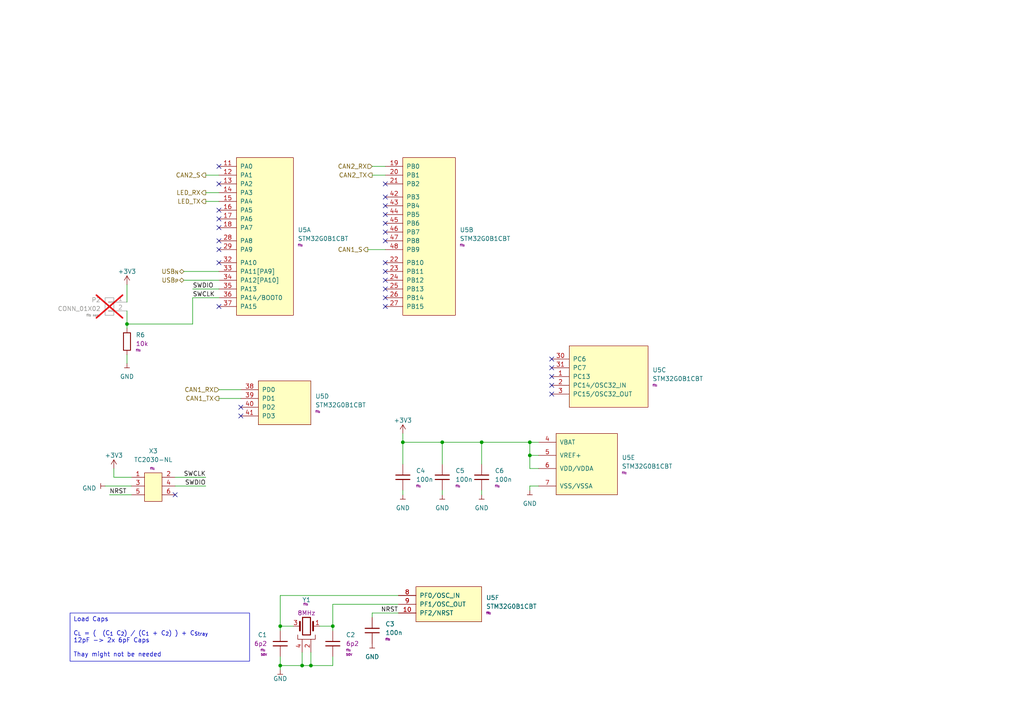
<source format=kicad_sch>
(kicad_sch (version 20230121) (generator eeschema)
  (paper "A4")
  (lib_symbols
    (symbol "Cap_5Percent_E24_0603_C0G_50V_-40C-125C:6p2_0603_C0G_5%_50V_-40C..125C_Chip-Capacitor" (pin_numbers hide) (pin_names (offset 0.254))
      (property "Reference" "C" (at 0.635 2.54 0))
      (property "DisplayValue" "6p2" (at 0.635 -2.54 0))
      (property "Fit" "fit: " (at 7.62 -3.81 0))
      (property "CapRatedVoltage" "50V" (at 0 0 0))
      (symbol "6p2_0603_C0G_5%_50V_-40C..125C_Chip-Capacitor_0_1"
        (polyline (pts (xy -2.032 -0.635) (xy 2.032 -0.635)) (stroke (width 0.3048)))
        (polyline (pts (xy -2.032 0.635) (xy 2.032 0.635)) (stroke (width 0.3048)))
      )
      (symbol "6p2_0603_C0G_5%_50V_-40C..125C_Chip-Capacitor_1_1"
        (pin passive line (at 0 3.81 270) (length 3.2004) (name "~") (number "1"))
        (pin passive line (at 0 -3.81 90) (length 2.9972) (name "~") (number "2"))
      )
    )
    (symbol "Res_1Percent_E24_0603_100mW_-40C-90C:10k_0603_100mW_1%_E24_Chip-Resistor" (pin_numbers hide) (pin_names (offset 0))
      (property "Reference" "R" (at 2.032 0 90))
      (property "DisplayValue" "10k" (at -0.0254 -0.0508 90))
      (property "Fit" "fit: " (at 7.62 -3.81 0))
      (symbol "10k_0603_100mW_1%_E24_Chip-Resistor_0_1"
        (rectangle (start -1.016 -2.54) (end 1.016 2.54) (stroke (width 0.254)))
      )
      (symbol "10k_0603_100mW_1%_E24_Chip-Resistor_1_1"
        (pin passive line (at 0 3.81 270) (length 1.27) (name "~") (number "1"))
        (pin passive line (at 0 -3.81 90) (length 1.27) (name "~") (number "2"))
      )
    )
    (symbol "ST:STM32G0B1CBT" (pin_names (offset 1.016))
      (property "Reference" "U" (at 3.81 10.16 0))
      (property "Value" "STM32G0B1CBT" (at 0 -25.4 0))
      (property "Fit" "fit: " (at 6.35 10.16 0))
      (symbol "STM32G0B1CBT_1_1"
        (rectangle (start -8.89 24.13) (end 7.62 -21.59) (fill (type background)))
        (pin bidirectional line (at -13.97 21.59 0) (length 5.08) (name "PA0") (number "11"))
        (pin bidirectional line (at -13.97 19.05 0) (length 5.08) (name "PA1") (number "12"))
        (pin bidirectional line (at -13.97 16.51 0) (length 5.08) (name "PA2") (number "13"))
        (pin bidirectional line (at -13.97 13.97 0) (length 5.08) (name "PA3") (number "14"))
        (pin bidirectional line (at -13.97 11.43 0) (length 5.08) (name "PA4") (number "15"))
        (pin bidirectional line (at -13.97 8.89 0) (length 5.08) (name "PA5") (number "16"))
        (pin bidirectional line (at -13.97 6.35 0) (length 5.08) (name "PA6") (number "17"))
        (pin bidirectional line (at -13.97 3.81 0) (length 5.08) (name "PA7") (number "18"))
        (pin bidirectional line (at -13.97 0 0) (length 5.08) (name "PA8") (number "28"))
        (pin bidirectional line (at -13.97 -2.54 0) (length 5.08) (name "PA9") (number "29"))
        (pin bidirectional line (at -13.97 -6.35 0) (length 5.08) (name "PA10") (number "32"))
        (pin bidirectional line (at -13.97 -8.89 0) (length 5.08) (name "PA11[PA9]") (number "33"))
        (pin bidirectional line (at -13.97 -11.43 0) (length 5.08) (name "PA12[PA10]") (number "34"))
        (pin bidirectional line (at -13.97 -13.97 0) (length 5.08) (name "PA13") (number "35"))
        (pin bidirectional line (at -13.97 -16.51 0) (length 5.08) (name "PA14/BOOT0") (number "36"))
        (pin bidirectional line (at -13.97 -19.05 0) (length 5.08) (name "PA15") (number "37"))
      )
      (symbol "STM32G0B1CBT_2_1"
        (rectangle (start -7.62 22.86) (end 7.62 -22.86) (fill (type background)))
        (pin bidirectional line (at -12.7 20.32 0) (length 5.08) (name "PB0") (number "19"))
        (pin bidirectional line (at -12.7 17.78 0) (length 5.08) (name "PB1") (number "20"))
        (pin bidirectional line (at -12.7 15.24 0) (length 5.08) (name "PB2") (number "21"))
        (pin bidirectional line (at -12.7 -7.62 0) (length 5.08) (name "PB10") (number "22"))
        (pin bidirectional line (at -12.7 -10.16 0) (length 5.08) (name "PB11") (number "23"))
        (pin bidirectional line (at -12.7 -12.7 0) (length 5.08) (name "PB12") (number "24"))
        (pin bidirectional line (at -12.7 -15.24 0) (length 5.08) (name "PB13") (number "25"))
        (pin bidirectional line (at -12.7 -17.78 0) (length 5.08) (name "PB14") (number "26"))
        (pin bidirectional line (at -12.7 -20.32 0) (length 5.08) (name "PB15") (number "27"))
        (pin bidirectional line (at -12.7 11.43 0) (length 5.08) (name "PB3") (number "42"))
        (pin bidirectional line (at -12.7 8.89 0) (length 5.08) (name "PB4") (number "43"))
        (pin bidirectional line (at -12.7 6.35 0) (length 5.08) (name "PB5") (number "44"))
        (pin bidirectional line (at -12.7 3.81 0) (length 5.08) (name "PB6") (number "45"))
        (pin bidirectional line (at -12.7 1.27 0) (length 5.08) (name "PB7") (number "46"))
        (pin bidirectional line (at -12.7 -1.27 0) (length 5.08) (name "PB8") (number "47"))
        (pin bidirectional line (at -12.7 -3.81 0) (length 5.08) (name "PB9") (number "48"))
      )
      (symbol "STM32G0B1CBT_3_1"
        (rectangle (start -11.43 8.89) (end 11.43 -8.89) (fill (type background)))
        (pin bidirectional line (at -16.51 0 0) (length 5.08) (name "PC13") (number "1"))
        (pin bidirectional line (at -16.51 -2.54 0) (length 5.08) (name "PC14/OSC32_IN") (number "2"))
        (pin bidirectional line (at -16.51 -5.08 0) (length 5.08) (name "PC15/OSC32_OUT") (number "3"))
        (pin bidirectional line (at -16.51 5.08 0) (length 5.08) (name "PC6") (number "30"))
        (pin bidirectional line (at -16.51 2.54 0) (length 5.08) (name "PC7") (number "31"))
      )
      (symbol "STM32G0B1CBT_4_1"
        (rectangle (start -7.62 6.35) (end 7.62 -6.35) (fill (type background)))
        (pin bidirectional line (at -12.7 3.81 0) (length 5.08) (name "PD0") (number "38"))
        (pin bidirectional line (at -12.7 1.27 0) (length 5.08) (name "PD1") (number "39"))
        (pin bidirectional line (at -12.7 -1.27 0) (length 5.08) (name "PD2") (number "40"))
        (pin bidirectional line (at -12.7 -3.81 0) (length 5.08) (name "PD3") (number "41"))
      )
      (symbol "STM32G0B1CBT_5_1"
        (rectangle (start -8.89 8.89) (end 8.89 -8.89) (fill (type background)))
        (pin power_in line (at -13.97 6.35 0) (length 5.08) (name "VBAT") (number "4"))
        (pin power_in line (at -13.97 2.54 0) (length 5.08) (name "VREF+") (number "5"))
        (pin power_in line (at -13.97 -1.27 0) (length 5.08) (name "VDD/VDDA") (number "6"))
        (pin power_in line (at -13.97 -6.35 0) (length 5.08) (name "VSS/VSSA") (number "7"))
      )
      (symbol "STM32G0B1CBT_6_1"
        (rectangle (start -10.16 5.08) (end 8.89 -5.08) (fill (type background)))
        (pin bidirectional line (at -15.24 -2.54 0) (length 5.08) (name "PF2/NRST") (number "10"))
        (pin bidirectional line (at -15.24 2.54 0) (length 5.08) (name "PF0/OSC_IN") (number "8"))
        (pin bidirectional line (at -15.24 0 0) (length 5.08) (name "PF1/OSC_OUT") (number "9"))
      )
    )
    (symbol "generic-connectors:CONN_01X02" (pin_names (offset 1.016) hide)
      (property "Reference" "P" (at 0 5.08 0))
      (property "Value" "CONN_01X02" (at 2.54 0 90))
      (property "Fit" "fit: " (at 7.62 -3.81 0))
      (symbol "CONN_01X02_0_1"
        (rectangle (start -1.27 0.127) (end 0.254 -0.127))
        (rectangle (start -1.27 2.667) (end 0.254 2.413))
        (rectangle (start -1.27 3.81) (end 1.27 -1.27))
      )
      (symbol "CONN_01X02_1_1"
        (pin passive line (at -5.08 2.54 0) (length 3.81) (name "P1") (number "1"))
        (pin passive line (at -5.08 0 0) (length 3.81) (name "P2") (number "2"))
      )
    )
    (symbol "multicomp:100n" (pin_numbers hide) (pin_names (offset 0.254))
      (property "Reference" "C" (at 0.635 2.54 0))
      (property "Value" "100n" (at 0.635 -2.54 0))
      (property "Fit" "fit: " (at 7.62 -3.81 0))
      (symbol "100n_0_1"
        (polyline (pts (xy -2.032 -0.635) (xy 2.032 -0.635)) (stroke (width 0.3048)))
        (polyline (pts (xy -2.032 0.635) (xy 2.032 0.635)) (stroke (width 0.3048)))
      )
      (symbol "100n_1_1"
        (pin passive line (at 0 3.81 270) (length 3.2004) (name "~") (number "1"))
        (pin passive line (at 0 -3.81 90) (length 2.9972) (name "~") (number "2"))
      )
    )
    (symbol "powerport:+3V3" (power) (pin_names (offset 0))
      (property "Value" "+3V3" (at 0 3.556 0))
      (symbol "+3V3_0_1"
        (polyline (pts (xy -0.762 1.27) (xy 0 2.54)))
        (polyline (pts (xy 0 0) (xy 0 2.54)))
        (polyline (pts (xy 0 2.54) (xy 0.762 1.27)))
      )
      (symbol "+3V3_1_1"
        (pin power_in line (at 0 0 90) (length 0) hide (name "+3V3") (number "1"))
      )
    )
    (symbol "powerport:GND" (power) (pin_names (offset 0))
      (property "Value" "GND" (at 0 -2.54 0))
      (symbol "GND_0_1"
        (polyline (pts (xy -0.762 -1.27) (xy 0.762 -1.27)))
        (polyline (pts (xy 0 0) (xy 0 -1.27)))
      )
      (symbol "GND_1_1"
        (pin power_in line (at 0 0 270) (length 0) hide (name "GND") (number "1"))
      )
    )
    (symbol "tag-connect:TC2030-NL" (pin_names (offset 1.016) hide) (in_bom no)
      (property "Reference" "X" (at 0 -5.715 0))
      (property "Value" "TC2030-NL" (at 3.81 -15.24 0))
      (property "Fit" "fit: " (at 5.08 -5.08 0))
      (symbol "TC2030-NL_0_1"
        (rectangle (start -2.54 3.81) (end 2.54 -4.445) (fill (type background)))
      )
      (symbol "TC2030-NL_1_1"
        (pin passive line (at -6.35 2.54 0) (length 3.81) (name "P1") (number "1"))
        (pin passive line (at 6.35 2.54 180) (length 3.81) (name "P2") (number "2"))
        (pin passive line (at -6.35 0 0) (length 3.81) (name "P3") (number "3"))
        (pin passive line (at 6.35 0 180) (length 3.81) (name "P4") (number "4"))
        (pin passive line (at -6.35 -2.54 0) (length 3.81) (name "P4") (number "5"))
        (pin passive line (at 6.35 -2.54 180) (length 3.81) (name "P4") (number "6"))
      )
    )
    (symbol "wuerth:830108313809" (pin_names (offset 1.016) hide)
      (property "Reference" "Y" (at 1.27 3.81 0))
      (property "Fit" "fit: " (at 7.62 -3.81 0))
      (property "DisplayName" "8MHz" (at 0 0 0))
      (symbol "830108313809_0_1"
        (rectangle (start -2.54 -1.143) (end 2.54 1.143) (stroke (width 0.3048)))
        (polyline (pts (xy 0 -2.54) (xy 0 -1.905)))
        (polyline (pts (xy 0 2.54) (xy 0 1.905)))
        (polyline (pts (xy 1.27 -1.905) (xy -1.27 -1.905)) (stroke (width 0.508)))
        (polyline (pts (xy 1.27 1.905) (xy -1.27 1.905)) (stroke (width 0.508)))
        (polyline (pts (xy -2.54 2.54) (xy -3.81 2.54) (xy -3.81 -2.54) (xy -2.54 -2.54)))
      )
      (symbol "830108313809_1_1"
        (pin passive line (at 0 3.81 270) (length 1.27) (name "C_{1}") (number "1"))
        (pin passive line (at -7.62 1.27 0) (length 3.81) (name "GND") (number "2"))
        (pin passive line (at 0 -3.81 90) (length 1.27) (name "C_{2}") (number "3"))
        (pin passive line (at -7.62 -1.27 0) (length 3.81) (name "GND") (number "4"))
      )
    )
  )
  (junction (at 36.83 93.98))
  (junction (at 153.67 132.08))
  (junction (at 81.28 181.61))
  (junction (at 96.52 181.61))
  (junction (at 153.67 128.27))
  (junction (at 128.27 128.27))
  (junction (at 116.84 128.27))
  (junction (at 81.28 193.04))
  (junction (at 87.63 193.04))
  (junction (at 90.17 193.04))
  (junction (at 139.7 128.27))
  (no_connect (at 160.02 111.76))
  (no_connect (at 111.76 86.36))
  (no_connect (at 63.5 69.85))
  (no_connect (at 63.5 88.9))
  (no_connect (at 160.02 106.68))
  (no_connect (at 111.76 67.31))
  (no_connect (at 69.85 120.65))
  (no_connect (at 69.85 118.11))
  (no_connect (at 63.5 76.2))
  (no_connect (at 111.76 53.34))
  (no_connect (at 111.76 78.74))
  (no_connect (at 63.5 72.39))
  (no_connect (at 160.02 109.22))
  (no_connect (at 111.76 57.15))
  (no_connect (at 63.5 48.26))
  (no_connect (at 63.5 63.5))
  (no_connect (at 111.76 64.77))
  (no_connect (at 160.02 104.14))
  (no_connect (at 111.76 62.23))
  (no_connect (at 111.76 83.82))
  (no_connect (at 111.76 69.85))
  (no_connect (at 111.76 59.69))
  (no_connect (at 63.5 53.34))
  (no_connect (at 63.5 60.96))
  (no_connect (at 111.76 88.9))
  (no_connect (at 63.5 66.04))
  (no_connect (at 111.76 76.2))
  (no_connect (at 50.8 143.51))
  (no_connect (at 111.76 81.28))
  (no_connect (at 160.02 114.3))
  (wire (pts (xy 96.52 193.04) (xy 96.52 190.5)))
  (wire (pts (xy 107.95 177.8) (xy 115.57 177.8)))
  (wire (pts (xy 59.69 55.88) (xy 63.5 55.88)))
  (wire (pts (xy 31.75 143.51) (xy 38.1 143.51)))
  (wire (pts (xy 33.02 135.89) (xy 33.02 138.43)))
  (wire (pts (xy 96.52 181.61) (xy 96.52 182.88)))
  (wire (pts (xy 30.48 140.97) (xy 38.1 140.97)))
  (wire (pts (xy 107.95 48.26) (xy 111.76 48.26)))
  (wire (pts (xy 156.21 135.89) (xy 153.67 135.89)))
  (wire (pts (xy 33.02 138.43) (xy 38.1 138.43)))
  (wire (pts (xy 36.83 93.98) (xy 55.88 93.98)))
  (wire (pts (xy 106.68 72.39) (xy 111.76 72.39)))
  (wire (pts (xy 36.83 102.87) (xy 36.83 105.41)))
  (wire (pts (xy 59.69 58.42) (xy 63.5 58.42)))
  (wire (pts (xy 87.63 193.04) (xy 90.17 193.04)))
  (wire (pts (xy 81.28 181.61) (xy 81.28 182.88)))
  (wire (pts (xy 128.27 128.27) (xy 128.27 134.62)))
  (wire (pts (xy 63.5 113.03) (xy 69.85 113.03)))
  (wire (pts (xy 107.95 177.8) (xy 107.95 179.07)))
  (wire (pts (xy 87.63 189.23) (xy 87.63 193.04)))
  (wire (pts (xy 55.88 93.98) (xy 55.88 86.36)))
  (wire (pts (xy 116.84 128.27) (xy 128.27 128.27)))
  (wire (pts (xy 90.17 193.04) (xy 96.52 193.04)))
  (wire (pts (xy 81.28 193.04) (xy 81.28 194.31)))
  (wire (pts (xy 153.67 140.97) (xy 156.21 140.97)))
  (wire (pts (xy 36.83 93.98) (xy 36.83 95.25)))
  (wire (pts (xy 55.88 83.82) (xy 63.5 83.82)))
  (wire (pts (xy 153.67 132.08) (xy 156.21 132.08)))
  (wire (pts (xy 55.88 86.36) (xy 63.5 86.36)))
  (wire (pts (xy 81.28 172.72) (xy 115.57 172.72)))
  (wire (pts (xy 139.7 128.27) (xy 153.67 128.27)))
  (wire (pts (xy 81.28 181.61) (xy 81.28 172.72)))
  (wire (pts (xy 81.28 193.04) (xy 87.63 193.04)))
  (wire (pts (xy 116.84 125.73) (xy 116.84 128.27)))
  (wire (pts (xy 96.52 175.26) (xy 115.57 175.26)))
  (wire (pts (xy 36.83 82.55) (xy 36.83 87.63)))
  (wire (pts (xy 153.67 135.89) (xy 153.67 132.08)))
  (wire (pts (xy 96.52 175.26) (xy 96.52 181.61)))
  (wire (pts (xy 92.71 181.61) (xy 96.52 181.61)))
  (wire (pts (xy 116.84 142.24) (xy 116.84 143.51)))
  (wire (pts (xy 116.84 128.27) (xy 116.84 134.62)))
  (wire (pts (xy 153.67 128.27) (xy 156.21 128.27)))
  (wire (pts (xy 53.34 78.74) (xy 63.5 78.74)))
  (wire (pts (xy 63.5 115.57) (xy 69.85 115.57)))
  (wire (pts (xy 153.67 142.24) (xy 153.67 140.97)))
  (wire (pts (xy 139.7 128.27) (xy 139.7 134.62)))
  (wire (pts (xy 128.27 128.27) (xy 139.7 128.27)))
  (wire (pts (xy 36.83 90.17) (xy 36.83 93.98)))
  (wire (pts (xy 90.17 189.23) (xy 90.17 193.04)))
  (wire (pts (xy 107.95 50.8) (xy 111.76 50.8)))
  (wire (pts (xy 50.8 140.97) (xy 59.69 140.97)))
  (wire (pts (xy 81.28 190.5) (xy 81.28 193.04)))
  (wire (pts (xy 85.09 181.61) (xy 81.28 181.61)))
  (wire (pts (xy 50.8 138.43) (xy 59.69 138.43)))
  (wire (pts (xy 153.67 132.08) (xy 153.67 128.27)))
  (wire (pts (xy 53.34 81.28) (xy 63.5 81.28)))
  (wire (pts (xy 59.69 50.8) (xy 63.5 50.8)))
  (wire (pts (xy 139.7 142.24) (xy 139.7 143.51)))
  (wire (pts (xy 128.27 142.24) (xy 128.27 143.51)))
  (text_box "Load Caps\n\nC_{L} = (  (C_{1} C_{2}) / (C_{1} + C_{2}) ) + C_{Stray}\n12pF -> 2x 6pF Caps\n\nThay might not be needed" (at 20.32 177.8 0) (size 52.07 13.97) (effects (font (size 1.27 1.27)) (justify left top)))
  (label "SWCLK" (at 55.88 86.36 0))
  (label "SWCLK" (at 59.69 138.43 180))
  (label "NRST" (at 110.49 177.8 0))
  (label "NRST" (at 31.75 143.51 0))
  (label "SWDIO" (at 55.88 83.82 0))
  (label "SWDIO" (at 59.69 140.97 180))
  (hierarchical_label "USB_{N}" (shape bidirectional) (at 53.34 78.74 180))
  (hierarchical_label "CAN1_S" (shape output) (at 106.68 72.39 180))
  (hierarchical_label "LED_TX" (shape output) (at 59.69 58.42 180))
  (hierarchical_label "CAN2_S" (shape output) (at 59.69 50.8 180))
  (hierarchical_label "CAN1_RX" (shape input) (at 63.5 113.03 180))
  (hierarchical_label "CAN2_RX" (shape input) (at 107.95 48.26 180))
  (hierarchical_label "LED_RX" (shape output) (at 59.69 55.88 180))
  (hierarchical_label "CAN1_TX" (shape output) (at 63.5 115.57 180))
  (hierarchical_label "USB_{P}" (shape bidirectional) (at 53.34 81.28 180))
  (hierarchical_label "CAN2_TX" (shape output) (at 107.95 50.8 180))
  (symbol (lib_id "powerport:GND") (at 128.27 143.51 0) (unit 1)
    (property "Reference" "#PWR020" (effects hide))
    (property "Value" "GND" (at 128.27 147.32 0))
  )
  (symbol (lib_id "ST:STM32G0B1CBT") (at 176.53 109.22 0) (unit 3)
    (property "Reference" "U5" (at 189.23 107.315 0) (effects (justify left)))
    (property "Value" "STM32G0B1CBT" (at 189.23 109.855 0) (effects (justify left)))
    (property "Footprint" "QFP:LQFP-48_7mmx7mm_Pitch0.5mm" (effects hide))
    (property "Datasheet" "$PTX_DATASHEETS/datasheets/Microcontroller/STW_stm32g0b1re.pdf" (effects hide))
    (property "Datasheet2" "$PTX_DATASHEETS/datasheets/Microcontroller/STW_stm32g0b1re_reference_maual.pdf" (effects hide))
    (property "Manufacturer" "ST" (effects hide))
    (property "MPN" "STM32G0B1CBT" (effects hide))
    (property "Fit" "fit: " (at 189.23 111.76 0) (effects (font (size 0.635 0.635)) (justify left)))
    (property "State" "reviewed" (effects hide))
    (property "Package" "LQFP48" (effects hide))
  )
  (symbol (lib_id "Cap_5Percent_E24_0603_C0G_50V_-40C-125C:6p2_0603_C0G_5%_50V_-40C..125C_Chip-Capacitor") (at 96.52 186.69 180) (unit 1)
    (property "Reference" "C2" (at 100.33 184.1373 0) (effects (justify right)))
    (property "Value" "6p2_0603_C0G_5%_50V_-40C..125C_Chip-Capacitor" (effects hide))
    (property "Footprint" "Capacitors_SMD:C_0603" (effects hide))
    (property "MPN" "any" (effects hide))
    (property "Manufacturer" "any" (effects hide))
    (property "DisplayValue" "6p2" (at 100.33 186.6773 0) (effects (justify right)))
    (property "Fit" "fit: " (at 100.33 188.5823 0) (effects (font (size 0.635 0.635)) (justify right)))
    (property "State" "legacy" (effects hide))
    (property "CapRatedVoltage" "50V" (at 100.33 189.8523 0) (effects (font (size 0.635 0.635)) (justify right)))
    (property "Package" "0603" (effects hide))
  )
  (symbol (lib_id "tag-connect:TC2030-NL") (at 44.45 140.97 0) (unit 1)
    (property "Reference" "X3" (at 44.45 130.81 0))
    (property "Value" "TC2030-NL" (at 44.45 133.35 0))
    (property "Footprint" "Connector_Tag-Connect:TC2030-NL" (effects hide))
    (property "Datasheet" "$PTX_DATASHEETS/datasheets/Connectors/Tag-Connect_TC2030-IDC-NL-Datasheet-Rev-B.pdf" (effects hide))
    (property "Manufacturer" "Tag-Connect" (effects hide))
    (property "MPN" "TC2030-NL" (effects hide))
    (property "Fit" "fit: " (at 44.45 135.89 0) (effects (font (size 0.635 0.635))))
    (property "State" "reviewed" (effects hide))
    (property "Package" "mfg-specific 6-pin" (effects hide))
  )
  (symbol (lib_id "ST:STM32G0B1CBT") (at 82.55 116.84 0) (unit 4)
    (property "Reference" "U5" (at 91.44 114.935 0) (effects (justify left)))
    (property "Value" "STM32G0B1CBT" (at 91.44 117.475 0) (effects (justify left)))
    (property "Footprint" "QFP:LQFP-48_7mmx7mm_Pitch0.5mm" (effects hide))
    (property "Datasheet" "$PTX_DATASHEETS/datasheets/Microcontroller/STW_stm32g0b1re.pdf" (effects hide))
    (property "Datasheet2" "$PTX_DATASHEETS/datasheets/Microcontroller/STW_stm32g0b1re_reference_maual.pdf" (effects hide))
    (property "Manufacturer" "ST" (effects hide))
    (property "MPN" "STM32G0B1CBT" (effects hide))
    (property "Fit" "fit: " (at 91.44 119.38 0) (effects (font (size 0.635 0.635)) (justify left)))
    (property "State" "reviewed" (effects hide))
    (property "Package" "LQFP48" (effects hide))
  )
  (symbol (lib_id "powerport:GND") (at 107.95 186.69 0) (unit 1)
    (property "Reference" "#PWR017" (effects hide))
    (property "Value" "GND" (at 107.95 190.5 0))
  )
  (symbol (lib_id "generic-connectors:CONN_01X02") (at 31.75 90.17 0) (mirror y) (unit 1) (dnp yes)
    (property "Reference" "P2" (at 29.21 86.995 0) (effects (justify left)))
    (property "Value" "CONN_01X02" (at 29.21 89.535 0) (effects (justify left)))
    (property "Footprint" "Connector_generic:Header_1x2_Pitch2.54mm" (effects hide))
    (property "Manufacturer" "generic" (effects hide))
    (property "MPN" "generic" (effects hide))
    (property "Fit" "fit: none" (at 29.21 91.44 0) (effects (font (size 0.635 0.635)) (justify left)))
    (property "State" "legacy" (effects hide))
    (property "Package" "THT 2.54mm 1x2-pin" (effects hide))
  )
  (symbol (lib_id "powerport:GND") (at 116.84 143.51 0) (unit 1)
    (property "Reference" "#PWR019" (effects hide))
    (property "Value" "GND" (at 116.84 147.32 0))
  )
  (symbol (lib_id "powerport:GND") (at 139.7 143.51 0) (unit 1)
    (property "Reference" "#PWR021" (effects hide))
    (property "Value" "GND" (at 139.7 147.32 0))
  )
  (symbol (lib_id "powerport:+3V3") (at 116.84 125.73 0) (unit 1)
    (property "Reference" "#PWR018" (effects hide))
    (property "Value" "+3V3" (at 116.84 121.92 0))
  )
  (symbol (lib_id "powerport:+3V3") (at 33.02 135.89 0) (unit 1)
    (property "Reference" "#PWR038" (effects hide))
    (property "Value" "+3V3" (at 33.02 132.08 0))
  )
  (symbol (lib_id "powerport:GND") (at 30.48 140.97 270) (unit 1)
    (property "Reference" "#PWR037" (effects hide))
    (property "Value" "GND" (at 27.94 141.605 90) (effects (justify right)))
  )
  (symbol (lib_id "ST:STM32G0B1CBT") (at 130.81 175.26 0) (unit 6)
    (property "Reference" "U5" (at 140.97 173.355 0) (effects (justify left)))
    (property "Value" "STM32G0B1CBT" (at 140.97 175.895 0) (effects (justify left)))
    (property "Footprint" "QFP:LQFP-48_7mmx7mm_Pitch0.5mm" (effects hide))
    (property "Datasheet" "$PTX_DATASHEETS/datasheets/Microcontroller/STW_stm32g0b1re.pdf" (effects hide))
    (property "Datasheet2" "$PTX_DATASHEETS/datasheets/Microcontroller/STW_stm32g0b1re_reference_maual.pdf" (effects hide))
    (property "Manufacturer" "ST" (effects hide))
    (property "MPN" "STM32G0B1CBT" (effects hide))
    (property "Fit" "fit: " (at 140.97 177.8 0) (effects (font (size 0.635 0.635)) (justify left)))
    (property "State" "reviewed" (effects hide))
    (property "Package" "LQFP48" (effects hide))
  )
  (symbol (lib_id "multicomp:100n") (at 128.27 138.43 0) (unit 1)
    (property "Reference" "C5" (at 132.08 136.5377 0) (effects (justify left)))
    (property "Value" "100n" (at 132.08 139.0777 0) (effects (justify left)))
    (property "Footprint" "Capacitors_SMD:C_0603" (effects hide))
    (property "Datasheet" "http://www.farnell.com/datasheets/1901289.pdf" (effects hide))
    (property "MPN" "MC0603B104K500CT" (effects hide))
    (property "Manufacturer" "Multicomp" (effects hide))
    (property "Fit" "fit: " (at 132.08 140.9827 0) (effects (font (size 0.635 0.635)) (justify left)))
    (property "State" "legacy" (effects hide))
    (property "Package" "0603" (effects hide))
  )
  (symbol (lib_id "multicomp:100n") (at 139.7 138.43 0) (unit 1)
    (property "Reference" "C6" (at 143.51 136.5377 0) (effects (justify left)))
    (property "Value" "100n" (at 143.51 139.0777 0) (effects (justify left)))
    (property "Footprint" "Capacitors_SMD:C_0603" (effects hide))
    (property "Datasheet" "http://www.farnell.com/datasheets/1901289.pdf" (effects hide))
    (property "MPN" "MC0603B104K500CT" (effects hide))
    (property "Manufacturer" "Multicomp" (effects hide))
    (property "Fit" "fit: " (at 143.51 140.9827 0) (effects (font (size 0.635 0.635)) (justify left)))
    (property "State" "legacy" (effects hide))
    (property "Package" "0603" (effects hide))
  )
  (symbol (lib_id "multicomp:100n") (at 116.84 138.43 0) (unit 1)
    (property "Reference" "C4" (at 120.65 136.5377 0) (effects (justify left)))
    (property "Value" "100n" (at 120.65 139.0777 0) (effects (justify left)))
    (property "Footprint" "Capacitors_SMD:C_0603" (effects hide))
    (property "Datasheet" "http://www.farnell.com/datasheets/1901289.pdf" (effects hide))
    (property "MPN" "MC0603B104K500CT" (effects hide))
    (property "Manufacturer" "Multicomp" (effects hide))
    (property "Fit" "fit: " (at 120.65 140.9827 0) (effects (font (size 0.635 0.635)) (justify left)))
    (property "State" "legacy" (effects hide))
    (property "Package" "0603" (effects hide))
  )
  (symbol (lib_id "Res_1Percent_E24_0603_100mW_-40C-90C:10k_0603_100mW_1%_E24_Chip-Resistor") (at 36.83 99.06 0) (unit 1)
    (property "Reference" "R6" (at 39.37 97.155 0) (effects (justify left)))
    (property "Value" "10k_0603_100mW_1%_E24_Chip-Resistor" (effects hide))
    (property "Footprint" "Resistors_SMD:R_0603" (effects hide))
    (property "MPN" "any" (effects hide))
    (property "Manufacturer" "any" (effects hide))
    (property "DisplayValue" "10k" (at 39.37 99.695 0) (effects (justify left)))
    (property "Fit" "fit: " (at 39.37 101.6 0) (effects (font (size 0.635 0.635)) (justify left)))
    (property "State" "legacy" (effects hide))
    (property "Package" "0603" (effects hide))
  )
  (symbol (lib_id "powerport:GND") (at 153.67 142.24 0) (unit 1)
    (property "Reference" "#PWR022" (effects hide))
    (property "Value" "GND" (at 153.67 146.05 0))
  )
  (symbol (lib_id "powerport:GND") (at 36.83 105.41 0) (unit 1)
    (property "Reference" "#PWR015" (effects hide))
    (property "Value" "GND" (at 36.83 109.22 0))
  )
  (symbol (lib_id "powerport:+3V3") (at 36.83 82.55 0) (unit 1)
    (property "Reference" "#PWR014" (effects hide))
    (property "Value" "+3V3" (at 36.83 78.74 0))
  )
  (symbol (lib_id "ST:STM32G0B1CBT") (at 170.18 134.62 0) (unit 5)
    (property "Reference" "U5" (at 180.34 132.715 0) (effects (justify left)))
    (property "Value" "STM32G0B1CBT" (at 180.34 135.255 0) (effects (justify left)))
    (property "Footprint" "QFP:LQFP-48_7mmx7mm_Pitch0.5mm" (effects hide))
    (property "Datasheet" "$PTX_DATASHEETS/datasheets/Microcontroller/STW_stm32g0b1re.pdf" (effects hide))
    (property "Datasheet2" "$PTX_DATASHEETS/datasheets/Microcontroller/STW_stm32g0b1re_reference_maual.pdf" (effects hide))
    (property "Manufacturer" "ST" (effects hide))
    (property "MPN" "STM32G0B1CBT" (effects hide))
    (property "Fit" "fit: " (at 180.34 137.16 0) (effects (font (size 0.635 0.635)) (justify left)))
    (property "State" "reviewed" (effects hide))
    (property "Package" "LQFP48" (effects hide))
  )
  (symbol (lib_id "wuerth:830108313809") (at 88.9 181.61 270) (mirror x) (unit 1)
    (property "Reference" "Y1" (at 88.9 173.99 90))
    (property "Value" "830055299" (effects hide))
    (property "Footprint" "crystal:Crystal_4Pin_SMD_3.2mmx2.5mm" (effects hide))
    (property "Datasheet" "$PTX_DATASHEETS/datasheets/Crystal/WE_830108313809_8MHz.pdf" (effects hide))
    (property "Manufacturer" "Würth Elektronik" (effects hide))
    (property "MPN" "830108313809" (effects hide))
    (property "Fit" "fit: " (at 88.9 175.26 90) (effects (font (size 0.635 0.635))))
    (property "State" "reviewed" (effects hide))
    (property "Package" "SMD 4Pin Crystal 3.2mm" (effects hide))
    (property "DisplayName" "8MHz" (at 88.9 177.8 90))
  )
  (symbol (lib_id "ST:STM32G0B1CBT") (at 124.46 68.58 0) (unit 2)
    (property "Reference" "U5" (at 133.35 66.675 0) (effects (justify left)))
    (property "Value" "STM32G0B1CBT" (at 133.35 69.215 0) (effects (justify left)))
    (property "Footprint" "QFP:LQFP-48_7mmx7mm_Pitch0.5mm" (effects hide))
    (property "Datasheet" "$PTX_DATASHEETS/datasheets/Microcontroller/STW_stm32g0b1re.pdf" (effects hide))
    (property "Datasheet2" "$PTX_DATASHEETS/datasheets/Microcontroller/STW_stm32g0b1re_reference_maual.pdf" (effects hide))
    (property "Manufacturer" "ST" (effects hide))
    (property "MPN" "STM32G0B1CBT" (effects hide))
    (property "Fit" "fit: " (at 133.35 71.12 0) (effects (font (size 0.635 0.635)) (justify left)))
    (property "State" "reviewed" (effects hide))
    (property "Package" "LQFP48" (effects hide))
  )
  (symbol (lib_id "multicomp:100n") (at 107.95 182.88 0) (unit 1)
    (property "Reference" "C3" (at 111.76 180.9877 0) (effects (justify left)))
    (property "Value" "100n" (at 111.76 183.5277 0) (effects (justify left)))
    (property "Footprint" "Capacitors_SMD:C_0603" (effects hide))
    (property "Datasheet" "http://www.farnell.com/datasheets/1901289.pdf" (effects hide))
    (property "MPN" "MC0603B104K500CT" (effects hide))
    (property "Manufacturer" "Multicomp" (effects hide))
    (property "Fit" "fit: " (at 111.76 185.4327 0) (effects (font (size 0.635 0.635)) (justify left)))
    (property "State" "legacy" (effects hide))
    (property "Package" "0603" (effects hide))
  )
  (symbol (lib_id "powerport:GND") (at 81.28 194.31 0) (unit 1)
    (property "Reference" "#PWR016" (effects hide))
    (property "Value" "GND" (at 81.28 196.85 0))
  )
  (symbol (lib_id "Cap_5Percent_E24_0603_C0G_50V_-40C-125C:6p2_0603_C0G_5%_50V_-40C..125C_Chip-Capacitor") (at 81.28 186.69 180) (unit 1)
    (property "Reference" "C1" (at 77.47 184.1373 0) (effects (justify left)))
    (property "Value" "6p2_0603_C0G_5%_50V_-40C..125C_Chip-Capacitor" (effects hide))
    (property "Footprint" "Capacitors_SMD:C_0603" (effects hide))
    (property "MPN" "any" (effects hide))
    (property "Manufacturer" "any" (effects hide))
    (property "DisplayValue" "6p2" (at 77.47 186.6773 0) (effects (justify left)))
    (property "Fit" "fit: " (at 77.47 188.5823 0) (effects (font (size 0.635 0.635)) (justify left)))
    (property "State" "legacy" (effects hide))
    (property "CapRatedVoltage" "50V" (at 77.47 189.8523 0) (effects (font (size 0.635 0.635)) (justify left)))
    (property "Package" "0603" (effects hide))
  )
  (symbol (lib_id "ST:STM32G0B1CBT") (at 77.47 69.85 0) (unit 1)
    (property "Reference" "U5" (at 86.36 66.675 0) (effects (justify left)))
    (property "Value" "STM32G0B1CBT" (at 86.36 69.215 0) (effects (justify left)))
    (property "Footprint" "QFP:LQFP-48_7mmx7mm_Pitch0.5mm" (effects hide))
    (property "Datasheet" "$PTX_DATASHEETS/datasheets/Microcontroller/STW_stm32g0b1re.pdf" (effects hide))
    (property "Datasheet2" "$PTX_DATASHEETS/datasheets/Microcontroller/STW_stm32g0b1re_reference_maual.pdf" (effects hide))
    (property "Manufacturer" "ST" (effects hide))
    (property "MPN" "STM32G0B1CBT" (effects hide))
    (property "Fit" "fit: " (at 86.36 71.12 0) (effects (font (size 0.635 0.635)) (justify left)))
    (property "State" "reviewed" (effects hide))
    (property "Package" "LQFP48" (effects hide))
  )
)
</source>
